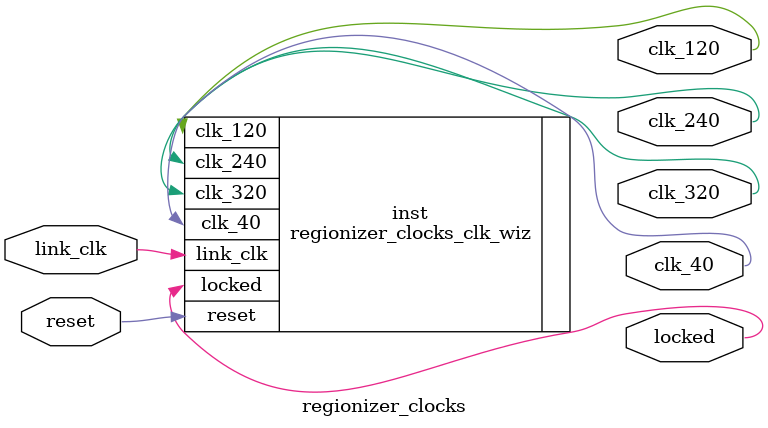
<source format=v>


`timescale 1ps/1ps

(* CORE_GENERATION_INFO = "regionizer_clocks,clk_wiz_v6_0_1_0_0,{component_name=regionizer_clocks,use_phase_alignment=false,use_min_o_jitter=false,use_max_i_jitter=false,use_dyn_phase_shift=false,use_inclk_switchover=false,use_dyn_reconfig=false,enable_axi=0,feedback_source=FDBK_AUTO,PRIMITIVE=MMCM,num_out_clk=4,clkin1_period=3.333,clkin2_period=10.0,use_power_down=false,use_reset=true,use_locked=true,use_inclk_stopped=false,feedback_type=SINGLE,CLOCK_MGR_TYPE=NA,manual_override=false}" *)

module regionizer_clocks 
 (
  // Clock out ports
  output        clk_40,
  output        clk_120,
  output        clk_240,
  output        clk_320,
  // Status and control signals
  input         reset,
  output        locked,
 // Clock in ports
  input         link_clk
 );

  regionizer_clocks_clk_wiz inst
  (
  // Clock out ports  
  .clk_40(clk_40),
  .clk_120(clk_120),
  .clk_240(clk_240),
  .clk_320(clk_320),
  // Status and control signals               
  .reset(reset), 
  .locked(locked),
 // Clock in ports
  .link_clk(link_clk)
  );

endmodule

</source>
